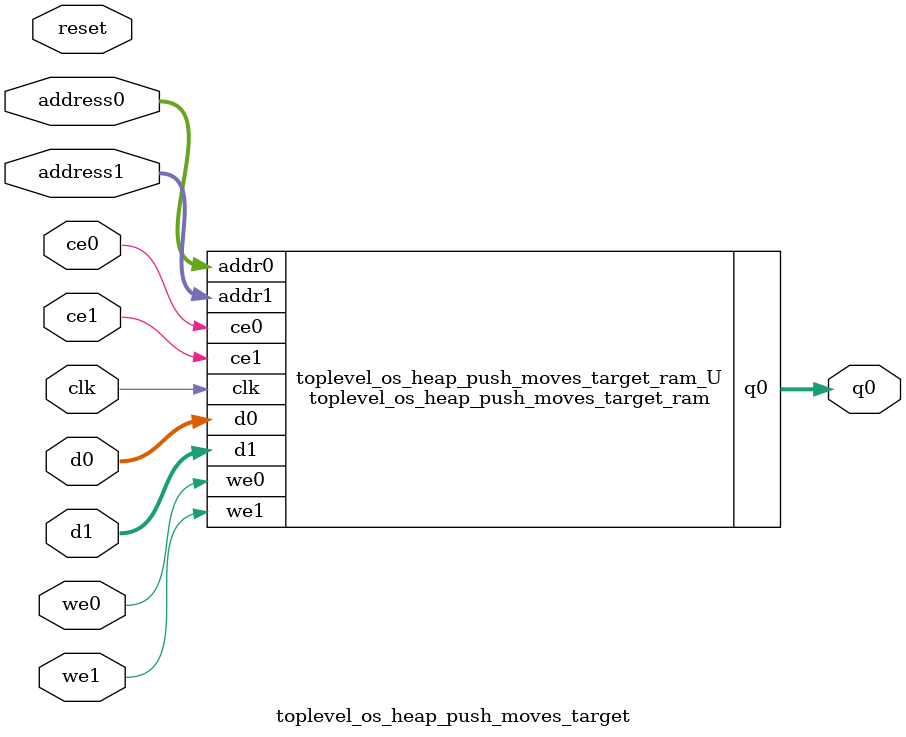
<source format=v>
`timescale 1 ns / 1 ps
module toplevel_os_heap_push_moves_target_ram (addr0, ce0, d0, we0, q0, addr1, ce1, d1, we1,  clk);

parameter DWIDTH = 15;
parameter AWIDTH = 4;
parameter MEM_SIZE = 16;

input[AWIDTH-1:0] addr0;
input ce0;
input[DWIDTH-1:0] d0;
input we0;
output reg[DWIDTH-1:0] q0;
input[AWIDTH-1:0] addr1;
input ce1;
input[DWIDTH-1:0] d1;
input we1;
input clk;

reg [DWIDTH-1:0] ram[0:MEM_SIZE-1];




always @(posedge clk)  
begin 
    if (ce0) begin
        if (we0) 
            ram[addr0] <= d0; 
        q0 <= ram[addr0];
    end
end


always @(posedge clk)  
begin 
    if (ce1) begin
        if (we1) 
            ram[addr1] <= d1; 
    end
end


endmodule

`timescale 1 ns / 1 ps
module toplevel_os_heap_push_moves_target(
    reset,
    clk,
    address0,
    ce0,
    we0,
    d0,
    q0,
    address1,
    ce1,
    we1,
    d1);

parameter DataWidth = 32'd15;
parameter AddressRange = 32'd16;
parameter AddressWidth = 32'd4;
input reset;
input clk;
input[AddressWidth - 1:0] address0;
input ce0;
input we0;
input[DataWidth - 1:0] d0;
output[DataWidth - 1:0] q0;
input[AddressWidth - 1:0] address1;
input ce1;
input we1;
input[DataWidth - 1:0] d1;



toplevel_os_heap_push_moves_target_ram toplevel_os_heap_push_moves_target_ram_U(
    .clk( clk ),
    .addr0( address0 ),
    .ce0( ce0 ),
    .we0( we0 ),
    .d0( d0 ),
    .q0( q0 ),
    .addr1( address1 ),
    .ce1( ce1 ),
    .we1( we1 ),
    .d1( d1 ));

endmodule


</source>
